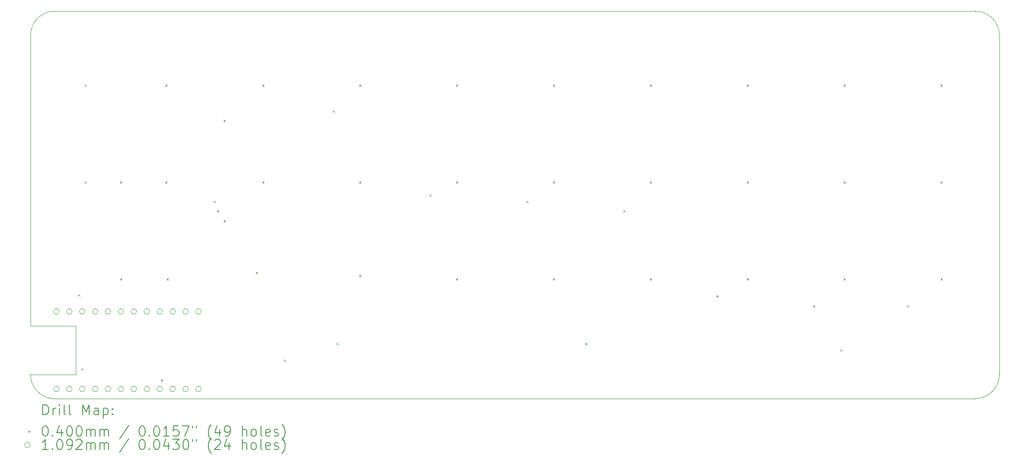
<source format=gbr>
%TF.GenerationSoftware,KiCad,Pcbnew,7.0.2-0*%
%TF.CreationDate,2023-06-01T09:18:06+08:00*%
%TF.ProjectId,Anya,416e7961-2e6b-4696-9361-645f70636258,2*%
%TF.SameCoordinates,PX917e180PY435cdf8*%
%TF.FileFunction,Drillmap*%
%TF.FilePolarity,Positive*%
%FSLAX45Y45*%
G04 Gerber Fmt 4.5, Leading zero omitted, Abs format (unit mm)*
G04 Created by KiCad (PCBNEW 7.0.2-0) date 2023-06-01 09:18:06*
%MOMM*%
%LPD*%
G01*
G04 APERTURE LIST*
%ADD10C,0.100000*%
%ADD11C,0.200000*%
%ADD12C,0.040000*%
%ADD13C,0.109220*%
G04 APERTURE END LIST*
D10*
X-9525000Y3333750D02*
X-9525000Y-2381250D01*
X-8636000Y-3333750D02*
X-9526057Y-3333750D01*
X-9526057Y-3333750D02*
G75*
G03*
X-9080500Y-3810000I477307J0D01*
G01*
X9048750Y-3810000D02*
G75*
G03*
X9525000Y-3333750I0J476250D01*
G01*
X-9048750Y3810000D02*
G75*
G03*
X-9525000Y3333750I0J-476250D01*
G01*
X-9525000Y-2381250D02*
X-8636000Y-2381250D01*
X-9080500Y-3810000D02*
X9048750Y-3810000D01*
X9525000Y3333750D02*
G75*
G03*
X9048750Y3810000I-476250J0D01*
G01*
X9525000Y-3333750D02*
X9525000Y3333750D01*
X-8636000Y-2381250D02*
X-8636000Y-3333750D01*
X9048750Y3810000D02*
X-9048750Y3810000D01*
D11*
D12*
X-8592500Y-1758000D02*
X-8552500Y-1798000D01*
X-8552500Y-1758000D02*
X-8592500Y-1798000D01*
X-8534786Y-3210214D02*
X-8494786Y-3250214D01*
X-8494786Y-3210214D02*
X-8534786Y-3250214D01*
X-8465500Y2369500D02*
X-8425500Y2329500D01*
X-8425500Y2369500D02*
X-8465500Y2329500D01*
X-8465500Y464500D02*
X-8425500Y424500D01*
X-8425500Y464500D02*
X-8465500Y424500D01*
X-7767000Y464500D02*
X-7727000Y424500D01*
X-7727000Y464500D02*
X-7767000Y424500D01*
X-7767000Y-1440500D02*
X-7727000Y-1480500D01*
X-7727000Y-1440500D02*
X-7767000Y-1480500D01*
X-6967500Y-3427500D02*
X-6927500Y-3467500D01*
X-6927500Y-3427500D02*
X-6967500Y-3467500D01*
X-6878000Y2369500D02*
X-6838000Y2329500D01*
X-6838000Y2369500D02*
X-6878000Y2329500D01*
X-6878000Y464500D02*
X-6838000Y424500D01*
X-6838000Y464500D02*
X-6878000Y424500D01*
X-6852500Y-1440500D02*
X-6812500Y-1480500D01*
X-6812500Y-1440500D02*
X-6852500Y-1480500D01*
X-5925500Y83500D02*
X-5885500Y43500D01*
X-5885500Y83500D02*
X-5925500Y43500D01*
X-5862000Y-107000D02*
X-5822000Y-147000D01*
X-5822000Y-107000D02*
X-5862000Y-147000D01*
X-5735000Y1671000D02*
X-5695000Y1631000D01*
X-5695000Y1671000D02*
X-5735000Y1631000D01*
X-5735000Y-297500D02*
X-5695000Y-337500D01*
X-5695000Y-297500D02*
X-5735000Y-337500D01*
X-5100000Y-1313500D02*
X-5060000Y-1353500D01*
X-5060000Y-1313500D02*
X-5100000Y-1353500D01*
X-4973000Y2369500D02*
X-4933000Y2329500D01*
X-4933000Y2369500D02*
X-4973000Y2329500D01*
X-4973000Y464500D02*
X-4933000Y424500D01*
X-4933000Y464500D02*
X-4973000Y424500D01*
X-4542500Y-3044050D02*
X-4502500Y-3084050D01*
X-4502500Y-3044050D02*
X-4542500Y-3084050D01*
X-3586000Y1861500D02*
X-3546000Y1821500D01*
X-3546000Y1861500D02*
X-3586000Y1821500D01*
X-3512500Y-2710500D02*
X-3472500Y-2750500D01*
X-3472500Y-2710500D02*
X-3512500Y-2750500D01*
X-3068000Y2369500D02*
X-3028000Y2329500D01*
X-3028000Y2369500D02*
X-3068000Y2329500D01*
X-3068000Y464500D02*
X-3028000Y424500D01*
X-3028000Y464500D02*
X-3068000Y424500D01*
X-3068000Y-1377000D02*
X-3028000Y-1417000D01*
X-3028000Y-1377000D02*
X-3068000Y-1417000D01*
X-1681000Y210500D02*
X-1641000Y170500D01*
X-1641000Y210500D02*
X-1681000Y170500D01*
X-1163000Y2369500D02*
X-1123000Y2329500D01*
X-1123000Y2369500D02*
X-1163000Y2329500D01*
X-1163000Y464500D02*
X-1123000Y424500D01*
X-1123000Y464500D02*
X-1163000Y424500D01*
X-1163000Y-1440500D02*
X-1123000Y-1480500D01*
X-1123000Y-1440500D02*
X-1163000Y-1480500D01*
X224000Y83500D02*
X264000Y43500D01*
X264000Y83500D02*
X224000Y43500D01*
X742000Y2369500D02*
X782000Y2329500D01*
X782000Y2369500D02*
X742000Y2329500D01*
X742000Y464500D02*
X782000Y424500D01*
X782000Y464500D02*
X742000Y424500D01*
X742000Y-1440500D02*
X782000Y-1480500D01*
X782000Y-1440500D02*
X742000Y-1480500D01*
X1377000Y-2710500D02*
X1417000Y-2750500D01*
X1417000Y-2710500D02*
X1377000Y-2750500D01*
X2129000Y-107000D02*
X2169000Y-147000D01*
X2169000Y-107000D02*
X2129000Y-147000D01*
X2647000Y2369500D02*
X2687000Y2329500D01*
X2687000Y2369500D02*
X2647000Y2329500D01*
X2647000Y464500D02*
X2687000Y424500D01*
X2687000Y464500D02*
X2647000Y424500D01*
X2647000Y-1440500D02*
X2687000Y-1480500D01*
X2687000Y-1440500D02*
X2647000Y-1480500D01*
X3957500Y-1777500D02*
X3997500Y-1817500D01*
X3997500Y-1777500D02*
X3957500Y-1817500D01*
X4552000Y2369500D02*
X4592000Y2329500D01*
X4592000Y2369500D02*
X4552000Y2329500D01*
X4552000Y464500D02*
X4592000Y424500D01*
X4592000Y464500D02*
X4552000Y424500D01*
X4552000Y-1440500D02*
X4592000Y-1480500D01*
X4592000Y-1440500D02*
X4552000Y-1480500D01*
X5857500Y-1977500D02*
X5897500Y-2017500D01*
X5897500Y-1977500D02*
X5857500Y-2017500D01*
X6393500Y-2837500D02*
X6433500Y-2877500D01*
X6433500Y-2837500D02*
X6393500Y-2877500D01*
X6457000Y2369500D02*
X6497000Y2329500D01*
X6497000Y2369500D02*
X6457000Y2329500D01*
X6457000Y464500D02*
X6497000Y424500D01*
X6497000Y464500D02*
X6457000Y424500D01*
X6457000Y-1440500D02*
X6497000Y-1480500D01*
X6497000Y-1440500D02*
X6457000Y-1480500D01*
X7707500Y-1977500D02*
X7747500Y-2017500D01*
X7747500Y-1977500D02*
X7707500Y-2017500D01*
X8362000Y2369500D02*
X8402000Y2329500D01*
X8402000Y2369500D02*
X8362000Y2329500D01*
X8362000Y464500D02*
X8402000Y424500D01*
X8402000Y464500D02*
X8362000Y424500D01*
X8362000Y-1440500D02*
X8402000Y-1480500D01*
X8402000Y-1440500D02*
X8362000Y-1480500D01*
D13*
X-8962390Y-2095500D02*
G75*
G03*
X-8962390Y-2095500I-54610J0D01*
G01*
X-8962390Y-3619500D02*
G75*
G03*
X-8962390Y-3619500I-54610J0D01*
G01*
X-8708390Y-2095500D02*
G75*
G03*
X-8708390Y-2095500I-54610J0D01*
G01*
X-8708390Y-3619500D02*
G75*
G03*
X-8708390Y-3619500I-54610J0D01*
G01*
X-8454390Y-2095500D02*
G75*
G03*
X-8454390Y-2095500I-54610J0D01*
G01*
X-8454390Y-3619500D02*
G75*
G03*
X-8454390Y-3619500I-54610J0D01*
G01*
X-8200390Y-2095500D02*
G75*
G03*
X-8200390Y-2095500I-54610J0D01*
G01*
X-8200390Y-3619500D02*
G75*
G03*
X-8200390Y-3619500I-54610J0D01*
G01*
X-7946390Y-2095500D02*
G75*
G03*
X-7946390Y-2095500I-54610J0D01*
G01*
X-7946390Y-3619500D02*
G75*
G03*
X-7946390Y-3619500I-54610J0D01*
G01*
X-7692390Y-2095500D02*
G75*
G03*
X-7692390Y-2095500I-54610J0D01*
G01*
X-7692390Y-3619500D02*
G75*
G03*
X-7692390Y-3619500I-54610J0D01*
G01*
X-7438390Y-2095500D02*
G75*
G03*
X-7438390Y-2095500I-54610J0D01*
G01*
X-7438390Y-3619500D02*
G75*
G03*
X-7438390Y-3619500I-54610J0D01*
G01*
X-7184390Y-2095500D02*
G75*
G03*
X-7184390Y-2095500I-54610J0D01*
G01*
X-7184390Y-3619500D02*
G75*
G03*
X-7184390Y-3619500I-54610J0D01*
G01*
X-6930390Y-2095500D02*
G75*
G03*
X-6930390Y-2095500I-54610J0D01*
G01*
X-6930390Y-3619500D02*
G75*
G03*
X-6930390Y-3619500I-54610J0D01*
G01*
X-6676390Y-2095500D02*
G75*
G03*
X-6676390Y-2095500I-54610J0D01*
G01*
X-6676390Y-3619500D02*
G75*
G03*
X-6676390Y-3619500I-54610J0D01*
G01*
X-6422390Y-2095500D02*
G75*
G03*
X-6422390Y-2095500I-54610J0D01*
G01*
X-6422390Y-3619500D02*
G75*
G03*
X-6422390Y-3619500I-54610J0D01*
G01*
X-6168390Y-2095500D02*
G75*
G03*
X-6168390Y-2095500I-54610J0D01*
G01*
X-6168390Y-3619500D02*
G75*
G03*
X-6168390Y-3619500I-54610J0D01*
G01*
D11*
X-9283438Y-4127524D02*
X-9283438Y-3927524D01*
X-9283438Y-3927524D02*
X-9235819Y-3927524D01*
X-9235819Y-3927524D02*
X-9207248Y-3937048D01*
X-9207248Y-3937048D02*
X-9188200Y-3956095D01*
X-9188200Y-3956095D02*
X-9178676Y-3975143D01*
X-9178676Y-3975143D02*
X-9169152Y-4013238D01*
X-9169152Y-4013238D02*
X-9169152Y-4041809D01*
X-9169152Y-4041809D02*
X-9178676Y-4079905D01*
X-9178676Y-4079905D02*
X-9188200Y-4098952D01*
X-9188200Y-4098952D02*
X-9207248Y-4118000D01*
X-9207248Y-4118000D02*
X-9235819Y-4127524D01*
X-9235819Y-4127524D02*
X-9283438Y-4127524D01*
X-9083438Y-4127524D02*
X-9083438Y-3994190D01*
X-9083438Y-4032286D02*
X-9073914Y-4013238D01*
X-9073914Y-4013238D02*
X-9064391Y-4003714D01*
X-9064391Y-4003714D02*
X-9045343Y-3994190D01*
X-9045343Y-3994190D02*
X-9026295Y-3994190D01*
X-8959629Y-4127524D02*
X-8959629Y-3994190D01*
X-8959629Y-3927524D02*
X-8969152Y-3937048D01*
X-8969152Y-3937048D02*
X-8959629Y-3946571D01*
X-8959629Y-3946571D02*
X-8950105Y-3937048D01*
X-8950105Y-3937048D02*
X-8959629Y-3927524D01*
X-8959629Y-3927524D02*
X-8959629Y-3946571D01*
X-8835819Y-4127524D02*
X-8854867Y-4118000D01*
X-8854867Y-4118000D02*
X-8864391Y-4098952D01*
X-8864391Y-4098952D02*
X-8864391Y-3927524D01*
X-8731057Y-4127524D02*
X-8750105Y-4118000D01*
X-8750105Y-4118000D02*
X-8759629Y-4098952D01*
X-8759629Y-4098952D02*
X-8759629Y-3927524D01*
X-8502486Y-4127524D02*
X-8502486Y-3927524D01*
X-8502486Y-3927524D02*
X-8435819Y-4070381D01*
X-8435819Y-4070381D02*
X-8369152Y-3927524D01*
X-8369152Y-3927524D02*
X-8369152Y-4127524D01*
X-8188200Y-4127524D02*
X-8188200Y-4022762D01*
X-8188200Y-4022762D02*
X-8197724Y-4003714D01*
X-8197724Y-4003714D02*
X-8216771Y-3994190D01*
X-8216771Y-3994190D02*
X-8254867Y-3994190D01*
X-8254867Y-3994190D02*
X-8273914Y-4003714D01*
X-8188200Y-4118000D02*
X-8207248Y-4127524D01*
X-8207248Y-4127524D02*
X-8254867Y-4127524D01*
X-8254867Y-4127524D02*
X-8273914Y-4118000D01*
X-8273914Y-4118000D02*
X-8283438Y-4098952D01*
X-8283438Y-4098952D02*
X-8283438Y-4079905D01*
X-8283438Y-4079905D02*
X-8273914Y-4060857D01*
X-8273914Y-4060857D02*
X-8254867Y-4051333D01*
X-8254867Y-4051333D02*
X-8207248Y-4051333D01*
X-8207248Y-4051333D02*
X-8188200Y-4041809D01*
X-8092962Y-3994190D02*
X-8092962Y-4194190D01*
X-8092962Y-4003714D02*
X-8073914Y-3994190D01*
X-8073914Y-3994190D02*
X-8035819Y-3994190D01*
X-8035819Y-3994190D02*
X-8016771Y-4003714D01*
X-8016771Y-4003714D02*
X-8007248Y-4013238D01*
X-8007248Y-4013238D02*
X-7997724Y-4032286D01*
X-7997724Y-4032286D02*
X-7997724Y-4089428D01*
X-7997724Y-4089428D02*
X-8007248Y-4108476D01*
X-8007248Y-4108476D02*
X-8016771Y-4118000D01*
X-8016771Y-4118000D02*
X-8035819Y-4127524D01*
X-8035819Y-4127524D02*
X-8073914Y-4127524D01*
X-8073914Y-4127524D02*
X-8092962Y-4118000D01*
X-7912009Y-4108476D02*
X-7902486Y-4118000D01*
X-7902486Y-4118000D02*
X-7912009Y-4127524D01*
X-7912009Y-4127524D02*
X-7921533Y-4118000D01*
X-7921533Y-4118000D02*
X-7912009Y-4108476D01*
X-7912009Y-4108476D02*
X-7912009Y-4127524D01*
X-7912009Y-4003714D02*
X-7902486Y-4013238D01*
X-7902486Y-4013238D02*
X-7912009Y-4022762D01*
X-7912009Y-4022762D02*
X-7921533Y-4013238D01*
X-7921533Y-4013238D02*
X-7912009Y-4003714D01*
X-7912009Y-4003714D02*
X-7912009Y-4022762D01*
D12*
X-9571057Y-4435000D02*
X-9531057Y-4475000D01*
X-9531057Y-4435000D02*
X-9571057Y-4475000D01*
D11*
X-9245343Y-4347524D02*
X-9226295Y-4347524D01*
X-9226295Y-4347524D02*
X-9207248Y-4357048D01*
X-9207248Y-4357048D02*
X-9197724Y-4366571D01*
X-9197724Y-4366571D02*
X-9188200Y-4385619D01*
X-9188200Y-4385619D02*
X-9178676Y-4423714D01*
X-9178676Y-4423714D02*
X-9178676Y-4471333D01*
X-9178676Y-4471333D02*
X-9188200Y-4509429D01*
X-9188200Y-4509429D02*
X-9197724Y-4528476D01*
X-9197724Y-4528476D02*
X-9207248Y-4538000D01*
X-9207248Y-4538000D02*
X-9226295Y-4547524D01*
X-9226295Y-4547524D02*
X-9245343Y-4547524D01*
X-9245343Y-4547524D02*
X-9264391Y-4538000D01*
X-9264391Y-4538000D02*
X-9273914Y-4528476D01*
X-9273914Y-4528476D02*
X-9283438Y-4509429D01*
X-9283438Y-4509429D02*
X-9292962Y-4471333D01*
X-9292962Y-4471333D02*
X-9292962Y-4423714D01*
X-9292962Y-4423714D02*
X-9283438Y-4385619D01*
X-9283438Y-4385619D02*
X-9273914Y-4366571D01*
X-9273914Y-4366571D02*
X-9264391Y-4357048D01*
X-9264391Y-4357048D02*
X-9245343Y-4347524D01*
X-9092962Y-4528476D02*
X-9083438Y-4538000D01*
X-9083438Y-4538000D02*
X-9092962Y-4547524D01*
X-9092962Y-4547524D02*
X-9102486Y-4538000D01*
X-9102486Y-4538000D02*
X-9092962Y-4528476D01*
X-9092962Y-4528476D02*
X-9092962Y-4547524D01*
X-8912010Y-4414190D02*
X-8912010Y-4547524D01*
X-8959629Y-4338000D02*
X-9007248Y-4480857D01*
X-9007248Y-4480857D02*
X-8883438Y-4480857D01*
X-8769152Y-4347524D02*
X-8750105Y-4347524D01*
X-8750105Y-4347524D02*
X-8731057Y-4357048D01*
X-8731057Y-4357048D02*
X-8721533Y-4366571D01*
X-8721533Y-4366571D02*
X-8712010Y-4385619D01*
X-8712010Y-4385619D02*
X-8702486Y-4423714D01*
X-8702486Y-4423714D02*
X-8702486Y-4471333D01*
X-8702486Y-4471333D02*
X-8712010Y-4509429D01*
X-8712010Y-4509429D02*
X-8721533Y-4528476D01*
X-8721533Y-4528476D02*
X-8731057Y-4538000D01*
X-8731057Y-4538000D02*
X-8750105Y-4547524D01*
X-8750105Y-4547524D02*
X-8769152Y-4547524D01*
X-8769152Y-4547524D02*
X-8788200Y-4538000D01*
X-8788200Y-4538000D02*
X-8797724Y-4528476D01*
X-8797724Y-4528476D02*
X-8807248Y-4509429D01*
X-8807248Y-4509429D02*
X-8816771Y-4471333D01*
X-8816771Y-4471333D02*
X-8816771Y-4423714D01*
X-8816771Y-4423714D02*
X-8807248Y-4385619D01*
X-8807248Y-4385619D02*
X-8797724Y-4366571D01*
X-8797724Y-4366571D02*
X-8788200Y-4357048D01*
X-8788200Y-4357048D02*
X-8769152Y-4347524D01*
X-8578676Y-4347524D02*
X-8559629Y-4347524D01*
X-8559629Y-4347524D02*
X-8540581Y-4357048D01*
X-8540581Y-4357048D02*
X-8531057Y-4366571D01*
X-8531057Y-4366571D02*
X-8521533Y-4385619D01*
X-8521533Y-4385619D02*
X-8512010Y-4423714D01*
X-8512010Y-4423714D02*
X-8512010Y-4471333D01*
X-8512010Y-4471333D02*
X-8521533Y-4509429D01*
X-8521533Y-4509429D02*
X-8531057Y-4528476D01*
X-8531057Y-4528476D02*
X-8540581Y-4538000D01*
X-8540581Y-4538000D02*
X-8559629Y-4547524D01*
X-8559629Y-4547524D02*
X-8578676Y-4547524D01*
X-8578676Y-4547524D02*
X-8597724Y-4538000D01*
X-8597724Y-4538000D02*
X-8607248Y-4528476D01*
X-8607248Y-4528476D02*
X-8616771Y-4509429D01*
X-8616771Y-4509429D02*
X-8626295Y-4471333D01*
X-8626295Y-4471333D02*
X-8626295Y-4423714D01*
X-8626295Y-4423714D02*
X-8616771Y-4385619D01*
X-8616771Y-4385619D02*
X-8607248Y-4366571D01*
X-8607248Y-4366571D02*
X-8597724Y-4357048D01*
X-8597724Y-4357048D02*
X-8578676Y-4347524D01*
X-8426295Y-4547524D02*
X-8426295Y-4414190D01*
X-8426295Y-4433238D02*
X-8416771Y-4423714D01*
X-8416771Y-4423714D02*
X-8397724Y-4414190D01*
X-8397724Y-4414190D02*
X-8369152Y-4414190D01*
X-8369152Y-4414190D02*
X-8350105Y-4423714D01*
X-8350105Y-4423714D02*
X-8340581Y-4442762D01*
X-8340581Y-4442762D02*
X-8340581Y-4547524D01*
X-8340581Y-4442762D02*
X-8331057Y-4423714D01*
X-8331057Y-4423714D02*
X-8312009Y-4414190D01*
X-8312009Y-4414190D02*
X-8283438Y-4414190D01*
X-8283438Y-4414190D02*
X-8264390Y-4423714D01*
X-8264390Y-4423714D02*
X-8254867Y-4442762D01*
X-8254867Y-4442762D02*
X-8254867Y-4547524D01*
X-8159628Y-4547524D02*
X-8159628Y-4414190D01*
X-8159628Y-4433238D02*
X-8150105Y-4423714D01*
X-8150105Y-4423714D02*
X-8131057Y-4414190D01*
X-8131057Y-4414190D02*
X-8102486Y-4414190D01*
X-8102486Y-4414190D02*
X-8083438Y-4423714D01*
X-8083438Y-4423714D02*
X-8073914Y-4442762D01*
X-8073914Y-4442762D02*
X-8073914Y-4547524D01*
X-8073914Y-4442762D02*
X-8064390Y-4423714D01*
X-8064390Y-4423714D02*
X-8045343Y-4414190D01*
X-8045343Y-4414190D02*
X-8016771Y-4414190D01*
X-8016771Y-4414190D02*
X-7997724Y-4423714D01*
X-7997724Y-4423714D02*
X-7988200Y-4442762D01*
X-7988200Y-4442762D02*
X-7988200Y-4547524D01*
X-7597724Y-4338000D02*
X-7769152Y-4595143D01*
X-7340581Y-4347524D02*
X-7321533Y-4347524D01*
X-7321533Y-4347524D02*
X-7302485Y-4357048D01*
X-7302485Y-4357048D02*
X-7292962Y-4366571D01*
X-7292962Y-4366571D02*
X-7283438Y-4385619D01*
X-7283438Y-4385619D02*
X-7273914Y-4423714D01*
X-7273914Y-4423714D02*
X-7273914Y-4471333D01*
X-7273914Y-4471333D02*
X-7283438Y-4509429D01*
X-7283438Y-4509429D02*
X-7292962Y-4528476D01*
X-7292962Y-4528476D02*
X-7302485Y-4538000D01*
X-7302485Y-4538000D02*
X-7321533Y-4547524D01*
X-7321533Y-4547524D02*
X-7340581Y-4547524D01*
X-7340581Y-4547524D02*
X-7359628Y-4538000D01*
X-7359628Y-4538000D02*
X-7369152Y-4528476D01*
X-7369152Y-4528476D02*
X-7378676Y-4509429D01*
X-7378676Y-4509429D02*
X-7388200Y-4471333D01*
X-7388200Y-4471333D02*
X-7388200Y-4423714D01*
X-7388200Y-4423714D02*
X-7378676Y-4385619D01*
X-7378676Y-4385619D02*
X-7369152Y-4366571D01*
X-7369152Y-4366571D02*
X-7359628Y-4357048D01*
X-7359628Y-4357048D02*
X-7340581Y-4347524D01*
X-7188200Y-4528476D02*
X-7178676Y-4538000D01*
X-7178676Y-4538000D02*
X-7188200Y-4547524D01*
X-7188200Y-4547524D02*
X-7197724Y-4538000D01*
X-7197724Y-4538000D02*
X-7188200Y-4528476D01*
X-7188200Y-4528476D02*
X-7188200Y-4547524D01*
X-7054866Y-4347524D02*
X-7035819Y-4347524D01*
X-7035819Y-4347524D02*
X-7016771Y-4357048D01*
X-7016771Y-4357048D02*
X-7007247Y-4366571D01*
X-7007247Y-4366571D02*
X-6997724Y-4385619D01*
X-6997724Y-4385619D02*
X-6988200Y-4423714D01*
X-6988200Y-4423714D02*
X-6988200Y-4471333D01*
X-6988200Y-4471333D02*
X-6997724Y-4509429D01*
X-6997724Y-4509429D02*
X-7007247Y-4528476D01*
X-7007247Y-4528476D02*
X-7016771Y-4538000D01*
X-7016771Y-4538000D02*
X-7035819Y-4547524D01*
X-7035819Y-4547524D02*
X-7054866Y-4547524D01*
X-7054866Y-4547524D02*
X-7073914Y-4538000D01*
X-7073914Y-4538000D02*
X-7083438Y-4528476D01*
X-7083438Y-4528476D02*
X-7092962Y-4509429D01*
X-7092962Y-4509429D02*
X-7102485Y-4471333D01*
X-7102485Y-4471333D02*
X-7102485Y-4423714D01*
X-7102485Y-4423714D02*
X-7092962Y-4385619D01*
X-7092962Y-4385619D02*
X-7083438Y-4366571D01*
X-7083438Y-4366571D02*
X-7073914Y-4357048D01*
X-7073914Y-4357048D02*
X-7054866Y-4347524D01*
X-6797724Y-4547524D02*
X-6912009Y-4547524D01*
X-6854866Y-4547524D02*
X-6854866Y-4347524D01*
X-6854866Y-4347524D02*
X-6873914Y-4376095D01*
X-6873914Y-4376095D02*
X-6892962Y-4395143D01*
X-6892962Y-4395143D02*
X-6912009Y-4404667D01*
X-6616771Y-4347524D02*
X-6712009Y-4347524D01*
X-6712009Y-4347524D02*
X-6721533Y-4442762D01*
X-6721533Y-4442762D02*
X-6712009Y-4433238D01*
X-6712009Y-4433238D02*
X-6692962Y-4423714D01*
X-6692962Y-4423714D02*
X-6645343Y-4423714D01*
X-6645343Y-4423714D02*
X-6626295Y-4433238D01*
X-6626295Y-4433238D02*
X-6616771Y-4442762D01*
X-6616771Y-4442762D02*
X-6607247Y-4461810D01*
X-6607247Y-4461810D02*
X-6607247Y-4509429D01*
X-6607247Y-4509429D02*
X-6616771Y-4528476D01*
X-6616771Y-4528476D02*
X-6626295Y-4538000D01*
X-6626295Y-4538000D02*
X-6645343Y-4547524D01*
X-6645343Y-4547524D02*
X-6692962Y-4547524D01*
X-6692962Y-4547524D02*
X-6712009Y-4538000D01*
X-6712009Y-4538000D02*
X-6721533Y-4528476D01*
X-6540581Y-4347524D02*
X-6407247Y-4347524D01*
X-6407247Y-4347524D02*
X-6492962Y-4547524D01*
X-6340581Y-4347524D02*
X-6340581Y-4385619D01*
X-6264390Y-4347524D02*
X-6264390Y-4385619D01*
X-5969152Y-4623714D02*
X-5978676Y-4614190D01*
X-5978676Y-4614190D02*
X-5997723Y-4585619D01*
X-5997723Y-4585619D02*
X-6007247Y-4566571D01*
X-6007247Y-4566571D02*
X-6016771Y-4538000D01*
X-6016771Y-4538000D02*
X-6026295Y-4490381D01*
X-6026295Y-4490381D02*
X-6026295Y-4452286D01*
X-6026295Y-4452286D02*
X-6016771Y-4404667D01*
X-6016771Y-4404667D02*
X-6007247Y-4376095D01*
X-6007247Y-4376095D02*
X-5997723Y-4357048D01*
X-5997723Y-4357048D02*
X-5978676Y-4328476D01*
X-5978676Y-4328476D02*
X-5969152Y-4318952D01*
X-5807247Y-4414190D02*
X-5807247Y-4547524D01*
X-5854866Y-4338000D02*
X-5902485Y-4480857D01*
X-5902485Y-4480857D02*
X-5778676Y-4480857D01*
X-5692962Y-4547524D02*
X-5654866Y-4547524D01*
X-5654866Y-4547524D02*
X-5635819Y-4538000D01*
X-5635819Y-4538000D02*
X-5626295Y-4528476D01*
X-5626295Y-4528476D02*
X-5607247Y-4499905D01*
X-5607247Y-4499905D02*
X-5597723Y-4461810D01*
X-5597723Y-4461810D02*
X-5597723Y-4385619D01*
X-5597723Y-4385619D02*
X-5607247Y-4366571D01*
X-5607247Y-4366571D02*
X-5616771Y-4357048D01*
X-5616771Y-4357048D02*
X-5635819Y-4347524D01*
X-5635819Y-4347524D02*
X-5673914Y-4347524D01*
X-5673914Y-4347524D02*
X-5692962Y-4357048D01*
X-5692962Y-4357048D02*
X-5702485Y-4366571D01*
X-5702485Y-4366571D02*
X-5712009Y-4385619D01*
X-5712009Y-4385619D02*
X-5712009Y-4433238D01*
X-5712009Y-4433238D02*
X-5702485Y-4452286D01*
X-5702485Y-4452286D02*
X-5692962Y-4461810D01*
X-5692962Y-4461810D02*
X-5673914Y-4471333D01*
X-5673914Y-4471333D02*
X-5635819Y-4471333D01*
X-5635819Y-4471333D02*
X-5616771Y-4461810D01*
X-5616771Y-4461810D02*
X-5607247Y-4452286D01*
X-5607247Y-4452286D02*
X-5597723Y-4433238D01*
X-5359628Y-4547524D02*
X-5359628Y-4347524D01*
X-5273914Y-4547524D02*
X-5273914Y-4442762D01*
X-5273914Y-4442762D02*
X-5283438Y-4423714D01*
X-5283438Y-4423714D02*
X-5302485Y-4414190D01*
X-5302485Y-4414190D02*
X-5331057Y-4414190D01*
X-5331057Y-4414190D02*
X-5350104Y-4423714D01*
X-5350104Y-4423714D02*
X-5359628Y-4433238D01*
X-5150104Y-4547524D02*
X-5169152Y-4538000D01*
X-5169152Y-4538000D02*
X-5178676Y-4528476D01*
X-5178676Y-4528476D02*
X-5188200Y-4509429D01*
X-5188200Y-4509429D02*
X-5188200Y-4452286D01*
X-5188200Y-4452286D02*
X-5178676Y-4433238D01*
X-5178676Y-4433238D02*
X-5169152Y-4423714D01*
X-5169152Y-4423714D02*
X-5150104Y-4414190D01*
X-5150104Y-4414190D02*
X-5121533Y-4414190D01*
X-5121533Y-4414190D02*
X-5102485Y-4423714D01*
X-5102485Y-4423714D02*
X-5092962Y-4433238D01*
X-5092962Y-4433238D02*
X-5083438Y-4452286D01*
X-5083438Y-4452286D02*
X-5083438Y-4509429D01*
X-5083438Y-4509429D02*
X-5092962Y-4528476D01*
X-5092962Y-4528476D02*
X-5102485Y-4538000D01*
X-5102485Y-4538000D02*
X-5121533Y-4547524D01*
X-5121533Y-4547524D02*
X-5150104Y-4547524D01*
X-4969152Y-4547524D02*
X-4988200Y-4538000D01*
X-4988200Y-4538000D02*
X-4997723Y-4518952D01*
X-4997723Y-4518952D02*
X-4997723Y-4347524D01*
X-4816771Y-4538000D02*
X-4835819Y-4547524D01*
X-4835819Y-4547524D02*
X-4873914Y-4547524D01*
X-4873914Y-4547524D02*
X-4892962Y-4538000D01*
X-4892962Y-4538000D02*
X-4902485Y-4518952D01*
X-4902485Y-4518952D02*
X-4902485Y-4442762D01*
X-4902485Y-4442762D02*
X-4892962Y-4423714D01*
X-4892962Y-4423714D02*
X-4873914Y-4414190D01*
X-4873914Y-4414190D02*
X-4835819Y-4414190D01*
X-4835819Y-4414190D02*
X-4816771Y-4423714D01*
X-4816771Y-4423714D02*
X-4807247Y-4442762D01*
X-4807247Y-4442762D02*
X-4807247Y-4461810D01*
X-4807247Y-4461810D02*
X-4902485Y-4480857D01*
X-4731057Y-4538000D02*
X-4712009Y-4547524D01*
X-4712009Y-4547524D02*
X-4673914Y-4547524D01*
X-4673914Y-4547524D02*
X-4654866Y-4538000D01*
X-4654866Y-4538000D02*
X-4645342Y-4518952D01*
X-4645342Y-4518952D02*
X-4645342Y-4509429D01*
X-4645342Y-4509429D02*
X-4654866Y-4490381D01*
X-4654866Y-4490381D02*
X-4673914Y-4480857D01*
X-4673914Y-4480857D02*
X-4702485Y-4480857D01*
X-4702485Y-4480857D02*
X-4721533Y-4471333D01*
X-4721533Y-4471333D02*
X-4731057Y-4452286D01*
X-4731057Y-4452286D02*
X-4731057Y-4442762D01*
X-4731057Y-4442762D02*
X-4721533Y-4423714D01*
X-4721533Y-4423714D02*
X-4702485Y-4414190D01*
X-4702485Y-4414190D02*
X-4673914Y-4414190D01*
X-4673914Y-4414190D02*
X-4654866Y-4423714D01*
X-4578676Y-4623714D02*
X-4569152Y-4614190D01*
X-4569152Y-4614190D02*
X-4550104Y-4585619D01*
X-4550104Y-4585619D02*
X-4540581Y-4566571D01*
X-4540581Y-4566571D02*
X-4531057Y-4538000D01*
X-4531057Y-4538000D02*
X-4521533Y-4490381D01*
X-4521533Y-4490381D02*
X-4521533Y-4452286D01*
X-4521533Y-4452286D02*
X-4531057Y-4404667D01*
X-4531057Y-4404667D02*
X-4540581Y-4376095D01*
X-4540581Y-4376095D02*
X-4550104Y-4357048D01*
X-4550104Y-4357048D02*
X-4569152Y-4328476D01*
X-4569152Y-4328476D02*
X-4578676Y-4318952D01*
D13*
X-9531057Y-4719000D02*
G75*
G03*
X-9531057Y-4719000I-54610J0D01*
G01*
D11*
X-9178676Y-4811524D02*
X-9292962Y-4811524D01*
X-9235819Y-4811524D02*
X-9235819Y-4611524D01*
X-9235819Y-4611524D02*
X-9254867Y-4640095D01*
X-9254867Y-4640095D02*
X-9273914Y-4659143D01*
X-9273914Y-4659143D02*
X-9292962Y-4668667D01*
X-9092962Y-4792476D02*
X-9083438Y-4802000D01*
X-9083438Y-4802000D02*
X-9092962Y-4811524D01*
X-9092962Y-4811524D02*
X-9102486Y-4802000D01*
X-9102486Y-4802000D02*
X-9092962Y-4792476D01*
X-9092962Y-4792476D02*
X-9092962Y-4811524D01*
X-8959629Y-4611524D02*
X-8940581Y-4611524D01*
X-8940581Y-4611524D02*
X-8921533Y-4621048D01*
X-8921533Y-4621048D02*
X-8912010Y-4630571D01*
X-8912010Y-4630571D02*
X-8902486Y-4649619D01*
X-8902486Y-4649619D02*
X-8892962Y-4687714D01*
X-8892962Y-4687714D02*
X-8892962Y-4735333D01*
X-8892962Y-4735333D02*
X-8902486Y-4773429D01*
X-8902486Y-4773429D02*
X-8912010Y-4792476D01*
X-8912010Y-4792476D02*
X-8921533Y-4802000D01*
X-8921533Y-4802000D02*
X-8940581Y-4811524D01*
X-8940581Y-4811524D02*
X-8959629Y-4811524D01*
X-8959629Y-4811524D02*
X-8978676Y-4802000D01*
X-8978676Y-4802000D02*
X-8988200Y-4792476D01*
X-8988200Y-4792476D02*
X-8997724Y-4773429D01*
X-8997724Y-4773429D02*
X-9007248Y-4735333D01*
X-9007248Y-4735333D02*
X-9007248Y-4687714D01*
X-9007248Y-4687714D02*
X-8997724Y-4649619D01*
X-8997724Y-4649619D02*
X-8988200Y-4630571D01*
X-8988200Y-4630571D02*
X-8978676Y-4621048D01*
X-8978676Y-4621048D02*
X-8959629Y-4611524D01*
X-8797724Y-4811524D02*
X-8759629Y-4811524D01*
X-8759629Y-4811524D02*
X-8740581Y-4802000D01*
X-8740581Y-4802000D02*
X-8731057Y-4792476D01*
X-8731057Y-4792476D02*
X-8712010Y-4763905D01*
X-8712010Y-4763905D02*
X-8702486Y-4725810D01*
X-8702486Y-4725810D02*
X-8702486Y-4649619D01*
X-8702486Y-4649619D02*
X-8712010Y-4630571D01*
X-8712010Y-4630571D02*
X-8721533Y-4621048D01*
X-8721533Y-4621048D02*
X-8740581Y-4611524D01*
X-8740581Y-4611524D02*
X-8778676Y-4611524D01*
X-8778676Y-4611524D02*
X-8797724Y-4621048D01*
X-8797724Y-4621048D02*
X-8807248Y-4630571D01*
X-8807248Y-4630571D02*
X-8816771Y-4649619D01*
X-8816771Y-4649619D02*
X-8816771Y-4697238D01*
X-8816771Y-4697238D02*
X-8807248Y-4716286D01*
X-8807248Y-4716286D02*
X-8797724Y-4725810D01*
X-8797724Y-4725810D02*
X-8778676Y-4735333D01*
X-8778676Y-4735333D02*
X-8740581Y-4735333D01*
X-8740581Y-4735333D02*
X-8721533Y-4725810D01*
X-8721533Y-4725810D02*
X-8712010Y-4716286D01*
X-8712010Y-4716286D02*
X-8702486Y-4697238D01*
X-8626295Y-4630571D02*
X-8616771Y-4621048D01*
X-8616771Y-4621048D02*
X-8597724Y-4611524D01*
X-8597724Y-4611524D02*
X-8550105Y-4611524D01*
X-8550105Y-4611524D02*
X-8531057Y-4621048D01*
X-8531057Y-4621048D02*
X-8521533Y-4630571D01*
X-8521533Y-4630571D02*
X-8512010Y-4649619D01*
X-8512010Y-4649619D02*
X-8512010Y-4668667D01*
X-8512010Y-4668667D02*
X-8521533Y-4697238D01*
X-8521533Y-4697238D02*
X-8635819Y-4811524D01*
X-8635819Y-4811524D02*
X-8512010Y-4811524D01*
X-8426295Y-4811524D02*
X-8426295Y-4678190D01*
X-8426295Y-4697238D02*
X-8416771Y-4687714D01*
X-8416771Y-4687714D02*
X-8397724Y-4678190D01*
X-8397724Y-4678190D02*
X-8369152Y-4678190D01*
X-8369152Y-4678190D02*
X-8350105Y-4687714D01*
X-8350105Y-4687714D02*
X-8340581Y-4706762D01*
X-8340581Y-4706762D02*
X-8340581Y-4811524D01*
X-8340581Y-4706762D02*
X-8331057Y-4687714D01*
X-8331057Y-4687714D02*
X-8312009Y-4678190D01*
X-8312009Y-4678190D02*
X-8283438Y-4678190D01*
X-8283438Y-4678190D02*
X-8264390Y-4687714D01*
X-8264390Y-4687714D02*
X-8254867Y-4706762D01*
X-8254867Y-4706762D02*
X-8254867Y-4811524D01*
X-8159628Y-4811524D02*
X-8159628Y-4678190D01*
X-8159628Y-4697238D02*
X-8150105Y-4687714D01*
X-8150105Y-4687714D02*
X-8131057Y-4678190D01*
X-8131057Y-4678190D02*
X-8102486Y-4678190D01*
X-8102486Y-4678190D02*
X-8083438Y-4687714D01*
X-8083438Y-4687714D02*
X-8073914Y-4706762D01*
X-8073914Y-4706762D02*
X-8073914Y-4811524D01*
X-8073914Y-4706762D02*
X-8064390Y-4687714D01*
X-8064390Y-4687714D02*
X-8045343Y-4678190D01*
X-8045343Y-4678190D02*
X-8016771Y-4678190D01*
X-8016771Y-4678190D02*
X-7997724Y-4687714D01*
X-7997724Y-4687714D02*
X-7988200Y-4706762D01*
X-7988200Y-4706762D02*
X-7988200Y-4811524D01*
X-7597724Y-4602000D02*
X-7769152Y-4859143D01*
X-7340581Y-4611524D02*
X-7321533Y-4611524D01*
X-7321533Y-4611524D02*
X-7302485Y-4621048D01*
X-7302485Y-4621048D02*
X-7292962Y-4630571D01*
X-7292962Y-4630571D02*
X-7283438Y-4649619D01*
X-7283438Y-4649619D02*
X-7273914Y-4687714D01*
X-7273914Y-4687714D02*
X-7273914Y-4735333D01*
X-7273914Y-4735333D02*
X-7283438Y-4773429D01*
X-7283438Y-4773429D02*
X-7292962Y-4792476D01*
X-7292962Y-4792476D02*
X-7302485Y-4802000D01*
X-7302485Y-4802000D02*
X-7321533Y-4811524D01*
X-7321533Y-4811524D02*
X-7340581Y-4811524D01*
X-7340581Y-4811524D02*
X-7359628Y-4802000D01*
X-7359628Y-4802000D02*
X-7369152Y-4792476D01*
X-7369152Y-4792476D02*
X-7378676Y-4773429D01*
X-7378676Y-4773429D02*
X-7388200Y-4735333D01*
X-7388200Y-4735333D02*
X-7388200Y-4687714D01*
X-7388200Y-4687714D02*
X-7378676Y-4649619D01*
X-7378676Y-4649619D02*
X-7369152Y-4630571D01*
X-7369152Y-4630571D02*
X-7359628Y-4621048D01*
X-7359628Y-4621048D02*
X-7340581Y-4611524D01*
X-7188200Y-4792476D02*
X-7178676Y-4802000D01*
X-7178676Y-4802000D02*
X-7188200Y-4811524D01*
X-7188200Y-4811524D02*
X-7197724Y-4802000D01*
X-7197724Y-4802000D02*
X-7188200Y-4792476D01*
X-7188200Y-4792476D02*
X-7188200Y-4811524D01*
X-7054866Y-4611524D02*
X-7035819Y-4611524D01*
X-7035819Y-4611524D02*
X-7016771Y-4621048D01*
X-7016771Y-4621048D02*
X-7007247Y-4630571D01*
X-7007247Y-4630571D02*
X-6997724Y-4649619D01*
X-6997724Y-4649619D02*
X-6988200Y-4687714D01*
X-6988200Y-4687714D02*
X-6988200Y-4735333D01*
X-6988200Y-4735333D02*
X-6997724Y-4773429D01*
X-6997724Y-4773429D02*
X-7007247Y-4792476D01*
X-7007247Y-4792476D02*
X-7016771Y-4802000D01*
X-7016771Y-4802000D02*
X-7035819Y-4811524D01*
X-7035819Y-4811524D02*
X-7054866Y-4811524D01*
X-7054866Y-4811524D02*
X-7073914Y-4802000D01*
X-7073914Y-4802000D02*
X-7083438Y-4792476D01*
X-7083438Y-4792476D02*
X-7092962Y-4773429D01*
X-7092962Y-4773429D02*
X-7102485Y-4735333D01*
X-7102485Y-4735333D02*
X-7102485Y-4687714D01*
X-7102485Y-4687714D02*
X-7092962Y-4649619D01*
X-7092962Y-4649619D02*
X-7083438Y-4630571D01*
X-7083438Y-4630571D02*
X-7073914Y-4621048D01*
X-7073914Y-4621048D02*
X-7054866Y-4611524D01*
X-6816771Y-4678190D02*
X-6816771Y-4811524D01*
X-6864390Y-4602000D02*
X-6912009Y-4744857D01*
X-6912009Y-4744857D02*
X-6788200Y-4744857D01*
X-6731057Y-4611524D02*
X-6607247Y-4611524D01*
X-6607247Y-4611524D02*
X-6673914Y-4687714D01*
X-6673914Y-4687714D02*
X-6645343Y-4687714D01*
X-6645343Y-4687714D02*
X-6626295Y-4697238D01*
X-6626295Y-4697238D02*
X-6616771Y-4706762D01*
X-6616771Y-4706762D02*
X-6607247Y-4725810D01*
X-6607247Y-4725810D02*
X-6607247Y-4773429D01*
X-6607247Y-4773429D02*
X-6616771Y-4792476D01*
X-6616771Y-4792476D02*
X-6626295Y-4802000D01*
X-6626295Y-4802000D02*
X-6645343Y-4811524D01*
X-6645343Y-4811524D02*
X-6702485Y-4811524D01*
X-6702485Y-4811524D02*
X-6721533Y-4802000D01*
X-6721533Y-4802000D02*
X-6731057Y-4792476D01*
X-6483438Y-4611524D02*
X-6464390Y-4611524D01*
X-6464390Y-4611524D02*
X-6445343Y-4621048D01*
X-6445343Y-4621048D02*
X-6435819Y-4630571D01*
X-6435819Y-4630571D02*
X-6426295Y-4649619D01*
X-6426295Y-4649619D02*
X-6416771Y-4687714D01*
X-6416771Y-4687714D02*
X-6416771Y-4735333D01*
X-6416771Y-4735333D02*
X-6426295Y-4773429D01*
X-6426295Y-4773429D02*
X-6435819Y-4792476D01*
X-6435819Y-4792476D02*
X-6445343Y-4802000D01*
X-6445343Y-4802000D02*
X-6464390Y-4811524D01*
X-6464390Y-4811524D02*
X-6483438Y-4811524D01*
X-6483438Y-4811524D02*
X-6502485Y-4802000D01*
X-6502485Y-4802000D02*
X-6512009Y-4792476D01*
X-6512009Y-4792476D02*
X-6521533Y-4773429D01*
X-6521533Y-4773429D02*
X-6531057Y-4735333D01*
X-6531057Y-4735333D02*
X-6531057Y-4687714D01*
X-6531057Y-4687714D02*
X-6521533Y-4649619D01*
X-6521533Y-4649619D02*
X-6512009Y-4630571D01*
X-6512009Y-4630571D02*
X-6502485Y-4621048D01*
X-6502485Y-4621048D02*
X-6483438Y-4611524D01*
X-6340581Y-4611524D02*
X-6340581Y-4649619D01*
X-6264390Y-4611524D02*
X-6264390Y-4649619D01*
X-5969152Y-4887714D02*
X-5978676Y-4878190D01*
X-5978676Y-4878190D02*
X-5997723Y-4849619D01*
X-5997723Y-4849619D02*
X-6007247Y-4830571D01*
X-6007247Y-4830571D02*
X-6016771Y-4802000D01*
X-6016771Y-4802000D02*
X-6026295Y-4754381D01*
X-6026295Y-4754381D02*
X-6026295Y-4716286D01*
X-6026295Y-4716286D02*
X-6016771Y-4668667D01*
X-6016771Y-4668667D02*
X-6007247Y-4640095D01*
X-6007247Y-4640095D02*
X-5997723Y-4621048D01*
X-5997723Y-4621048D02*
X-5978676Y-4592476D01*
X-5978676Y-4592476D02*
X-5969152Y-4582952D01*
X-5902485Y-4630571D02*
X-5892962Y-4621048D01*
X-5892962Y-4621048D02*
X-5873914Y-4611524D01*
X-5873914Y-4611524D02*
X-5826295Y-4611524D01*
X-5826295Y-4611524D02*
X-5807247Y-4621048D01*
X-5807247Y-4621048D02*
X-5797723Y-4630571D01*
X-5797723Y-4630571D02*
X-5788200Y-4649619D01*
X-5788200Y-4649619D02*
X-5788200Y-4668667D01*
X-5788200Y-4668667D02*
X-5797723Y-4697238D01*
X-5797723Y-4697238D02*
X-5912009Y-4811524D01*
X-5912009Y-4811524D02*
X-5788200Y-4811524D01*
X-5616771Y-4678190D02*
X-5616771Y-4811524D01*
X-5664390Y-4602000D02*
X-5712009Y-4744857D01*
X-5712009Y-4744857D02*
X-5588200Y-4744857D01*
X-5359628Y-4811524D02*
X-5359628Y-4611524D01*
X-5273914Y-4811524D02*
X-5273914Y-4706762D01*
X-5273914Y-4706762D02*
X-5283438Y-4687714D01*
X-5283438Y-4687714D02*
X-5302485Y-4678190D01*
X-5302485Y-4678190D02*
X-5331057Y-4678190D01*
X-5331057Y-4678190D02*
X-5350104Y-4687714D01*
X-5350104Y-4687714D02*
X-5359628Y-4697238D01*
X-5150104Y-4811524D02*
X-5169152Y-4802000D01*
X-5169152Y-4802000D02*
X-5178676Y-4792476D01*
X-5178676Y-4792476D02*
X-5188200Y-4773429D01*
X-5188200Y-4773429D02*
X-5188200Y-4716286D01*
X-5188200Y-4716286D02*
X-5178676Y-4697238D01*
X-5178676Y-4697238D02*
X-5169152Y-4687714D01*
X-5169152Y-4687714D02*
X-5150104Y-4678190D01*
X-5150104Y-4678190D02*
X-5121533Y-4678190D01*
X-5121533Y-4678190D02*
X-5102485Y-4687714D01*
X-5102485Y-4687714D02*
X-5092962Y-4697238D01*
X-5092962Y-4697238D02*
X-5083438Y-4716286D01*
X-5083438Y-4716286D02*
X-5083438Y-4773429D01*
X-5083438Y-4773429D02*
X-5092962Y-4792476D01*
X-5092962Y-4792476D02*
X-5102485Y-4802000D01*
X-5102485Y-4802000D02*
X-5121533Y-4811524D01*
X-5121533Y-4811524D02*
X-5150104Y-4811524D01*
X-4969152Y-4811524D02*
X-4988200Y-4802000D01*
X-4988200Y-4802000D02*
X-4997723Y-4782952D01*
X-4997723Y-4782952D02*
X-4997723Y-4611524D01*
X-4816771Y-4802000D02*
X-4835819Y-4811524D01*
X-4835819Y-4811524D02*
X-4873914Y-4811524D01*
X-4873914Y-4811524D02*
X-4892962Y-4802000D01*
X-4892962Y-4802000D02*
X-4902485Y-4782952D01*
X-4902485Y-4782952D02*
X-4902485Y-4706762D01*
X-4902485Y-4706762D02*
X-4892962Y-4687714D01*
X-4892962Y-4687714D02*
X-4873914Y-4678190D01*
X-4873914Y-4678190D02*
X-4835819Y-4678190D01*
X-4835819Y-4678190D02*
X-4816771Y-4687714D01*
X-4816771Y-4687714D02*
X-4807247Y-4706762D01*
X-4807247Y-4706762D02*
X-4807247Y-4725810D01*
X-4807247Y-4725810D02*
X-4902485Y-4744857D01*
X-4731057Y-4802000D02*
X-4712009Y-4811524D01*
X-4712009Y-4811524D02*
X-4673914Y-4811524D01*
X-4673914Y-4811524D02*
X-4654866Y-4802000D01*
X-4654866Y-4802000D02*
X-4645342Y-4782952D01*
X-4645342Y-4782952D02*
X-4645342Y-4773429D01*
X-4645342Y-4773429D02*
X-4654866Y-4754381D01*
X-4654866Y-4754381D02*
X-4673914Y-4744857D01*
X-4673914Y-4744857D02*
X-4702485Y-4744857D01*
X-4702485Y-4744857D02*
X-4721533Y-4735333D01*
X-4721533Y-4735333D02*
X-4731057Y-4716286D01*
X-4731057Y-4716286D02*
X-4731057Y-4706762D01*
X-4731057Y-4706762D02*
X-4721533Y-4687714D01*
X-4721533Y-4687714D02*
X-4702485Y-4678190D01*
X-4702485Y-4678190D02*
X-4673914Y-4678190D01*
X-4673914Y-4678190D02*
X-4654866Y-4687714D01*
X-4578676Y-4887714D02*
X-4569152Y-4878190D01*
X-4569152Y-4878190D02*
X-4550104Y-4849619D01*
X-4550104Y-4849619D02*
X-4540581Y-4830571D01*
X-4540581Y-4830571D02*
X-4531057Y-4802000D01*
X-4531057Y-4802000D02*
X-4521533Y-4754381D01*
X-4521533Y-4754381D02*
X-4521533Y-4716286D01*
X-4521533Y-4716286D02*
X-4531057Y-4668667D01*
X-4531057Y-4668667D02*
X-4540581Y-4640095D01*
X-4540581Y-4640095D02*
X-4550104Y-4621048D01*
X-4550104Y-4621048D02*
X-4569152Y-4592476D01*
X-4569152Y-4592476D02*
X-4578676Y-4582952D01*
M02*

</source>
